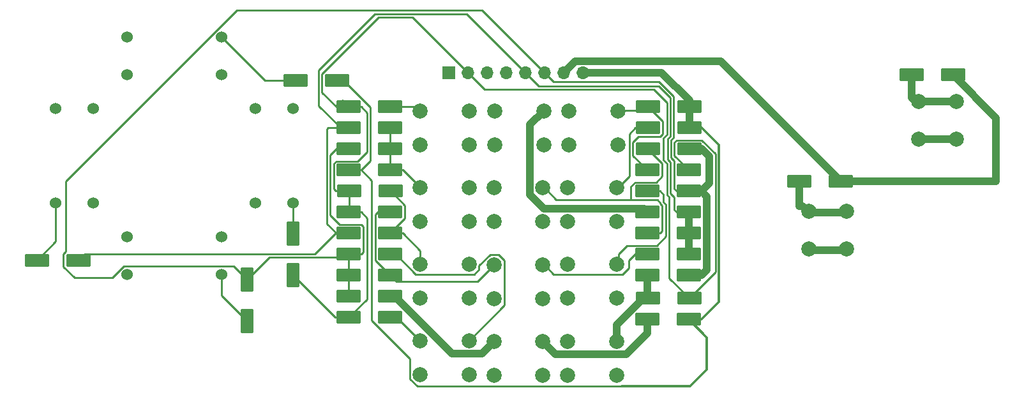
<source format=gbr>
%TF.GenerationSoftware,KiCad,Pcbnew,8.0.5*%
%TF.CreationDate,2024-09-28T10:39:20+08:00*%
%TF.ProjectId,ColecoVisionController,436f6c65-636f-4566-9973-696f6e436f6e,rev?*%
%TF.SameCoordinates,Original*%
%TF.FileFunction,Copper,L2,Bot*%
%TF.FilePolarity,Positive*%
%FSLAX46Y46*%
G04 Gerber Fmt 4.6, Leading zero omitted, Abs format (unit mm)*
G04 Created by KiCad (PCBNEW 8.0.5) date 2024-09-28 10:39:20*
%MOMM*%
%LPD*%
G01*
G04 APERTURE LIST*
G04 Aperture macros list*
%AMRoundRect*
0 Rectangle with rounded corners*
0 $1 Rounding radius*
0 $2 $3 $4 $5 $6 $7 $8 $9 X,Y pos of 4 corners*
0 Add a 4 corners polygon primitive as box body*
4,1,4,$2,$3,$4,$5,$6,$7,$8,$9,$2,$3,0*
0 Add four circle primitives for the rounded corners*
1,1,$1+$1,$2,$3*
1,1,$1+$1,$4,$5*
1,1,$1+$1,$6,$7*
1,1,$1+$1,$8,$9*
0 Add four rect primitives between the rounded corners*
20,1,$1+$1,$2,$3,$4,$5,0*
20,1,$1+$1,$4,$5,$6,$7,0*
20,1,$1+$1,$6,$7,$8,$9,0*
20,1,$1+$1,$8,$9,$2,$3,0*%
G04 Aperture macros list end*
%TA.AperFunction,ComponentPad*%
%ADD10C,1.524000*%
%TD*%
%TA.AperFunction,ComponentPad*%
%ADD11C,2.000000*%
%TD*%
%TA.AperFunction,ComponentPad*%
%ADD12R,1.700000X1.700000*%
%TD*%
%TA.AperFunction,ComponentPad*%
%ADD13O,1.700000X1.700000*%
%TD*%
%TA.AperFunction,SMDPad,CuDef*%
%ADD14RoundRect,0.250000X-1.400000X-0.600000X1.400000X-0.600000X1.400000X0.600000X-1.400000X0.600000X0*%
%TD*%
%TA.AperFunction,SMDPad,CuDef*%
%ADD15RoundRect,0.250000X1.400000X0.600000X-1.400000X0.600000X-1.400000X-0.600000X1.400000X-0.600000X0*%
%TD*%
%TA.AperFunction,SMDPad,CuDef*%
%ADD16RoundRect,0.250000X-0.600000X1.400000X-0.600000X-1.400000X0.600000X-1.400000X0.600000X1.400000X0*%
%TD*%
%TA.AperFunction,SMDPad,CuDef*%
%ADD17RoundRect,0.250000X0.600000X-1.400000X0.600000X1.400000X-0.600000X1.400000X-0.600000X-1.400000X0*%
%TD*%
%TA.AperFunction,Conductor*%
%ADD18C,0.250000*%
%TD*%
%TA.AperFunction,Conductor*%
%ADD19C,1.000000*%
%TD*%
%TA.AperFunction,Conductor*%
%ADD20C,0.300000*%
%TD*%
G04 APERTURE END LIST*
D10*
%TO.P,SW4,1,1*%
%TO.N,Net-(D15-K)*%
X80514000Y-108712000D03*
%TO.P,SW4,2,2*%
X80514000Y-96212000D03*
%TO.P,SW4,3,K*%
%TO.N,/WHITE(DIN8)*%
X85514000Y-96212000D03*
%TO.P,SW4,4,A*%
X85514000Y-108712000D03*
%TD*%
D11*
%TO.P,SW13,4,A*%
%TO.N,/RED(DIN5)*%
X128830000Y-121340000D03*
%TO.P,SW13,3,K*%
X135330000Y-121340000D03*
%TO.P,SW13,2,2*%
%TO.N,Net-(D20-K)*%
X135330000Y-116840000D03*
%TO.P,SW13,1,1*%
X128830000Y-116840000D03*
%TD*%
D12*
%TO.P,J1,1,Pin_1*%
%TO.N,/RED(DIN5)*%
X132655000Y-91461000D03*
D13*
%TO.P,J1,2,Pin_2*%
%TO.N,/BLACK(DIN4)*%
X135195000Y-91461000D03*
%TO.P,J1,3,Pin_3*%
%TO.N,unconnected-(J1-Pin_3-Pad3)*%
X137735000Y-91461000D03*
%TO.P,J1,4,Pin_4*%
%TO.N,/WHITE(DIN8)*%
X140275000Y-91461000D03*
%TO.P,J1,5,Pin_5*%
%TO.N,/BROWN(DIN3)*%
X142815000Y-91461000D03*
%TO.P,J1,6,Pin_6*%
%TO.N,/GREY(DIN2)*%
X145355000Y-91461000D03*
%TO.P,J1,7,Pin_7*%
%TO.N,/YELLOW(DIN6)*%
X147895000Y-91461000D03*
%TO.P,J1,8,Pin_8*%
%TO.N,/ORANGE(DIN1)*%
X150435000Y-91461000D03*
%TD*%
D11*
%TO.P,SW11,1,1*%
%TO.N,Net-(D22-K)*%
X138635000Y-106680000D03*
%TO.P,SW11,2,2*%
X145135000Y-106680000D03*
%TO.P,SW11,3,K*%
%TO.N,/RED(DIN5)*%
X145135000Y-111180000D03*
%TO.P,SW11,4,A*%
X138635000Y-111180000D03*
%TD*%
%TO.P,SW6,1,1*%
%TO.N,Net-(D3-K)*%
X180420000Y-109808000D03*
%TO.P,SW6,2,2*%
X185420000Y-109808000D03*
%TO.P,SW6,3,K*%
%TO.N,/WHITE(DIN8)*%
X185420000Y-114808000D03*
%TO.P,SW6,4,A*%
X180420000Y-114808000D03*
%TD*%
%TO.P,SW16,4,A*%
%TO.N,/RED(DIN5)*%
X128830000Y-131500000D03*
%TO.P,SW16,3,K*%
X135330000Y-131500000D03*
%TO.P,SW16,2,2*%
%TO.N,Net-(D21-K)*%
X135330000Y-127000000D03*
%TO.P,SW16,1,1*%
X128830000Y-127000000D03*
%TD*%
%TO.P,SW7,1,1*%
%TO.N,Net-(D4-K)*%
X128830000Y-96520000D03*
%TO.P,SW7,2,2*%
X135330000Y-96520000D03*
%TO.P,SW7,3,K*%
%TO.N,/RED(DIN5)*%
X135330000Y-101020000D03*
%TO.P,SW7,4,A*%
X128830000Y-101020000D03*
%TD*%
D10*
%TO.P,SW2,1,1*%
%TO.N,Net-(D2-K)*%
X102514000Y-118212000D03*
%TO.P,SW2,2,2*%
X90014000Y-118212000D03*
%TO.P,SW2,3,K*%
%TO.N,/WHITE(DIN8)*%
X90014000Y-113212000D03*
%TO.P,SW2,4,A*%
X102514000Y-113212000D03*
%TD*%
D11*
%TO.P,SW5,1,1*%
%TO.N,Net-(D16-K)*%
X194983000Y-95290000D03*
%TO.P,SW5,2,2*%
X199983000Y-95290000D03*
%TO.P,SW5,3,K*%
%TO.N,/RED(DIN5)*%
X199983000Y-100290000D03*
%TO.P,SW5,4,A*%
X194983000Y-100290000D03*
%TD*%
%TO.P,SW12,4,A*%
%TO.N,/RED(DIN5)*%
X148440000Y-111180000D03*
%TO.P,SW12,3,K*%
X154940000Y-111180000D03*
%TO.P,SW12,2,2*%
%TO.N,Net-(D13-K)*%
X154940000Y-106680000D03*
%TO.P,SW12,1,1*%
X148440000Y-106680000D03*
%TD*%
%TO.P,SW18,4,A*%
%TO.N,/RED(DIN5)*%
X148440000Y-131572000D03*
%TO.P,SW18,3,K*%
X154940000Y-131572000D03*
%TO.P,SW18,2,2*%
%TO.N,Net-(D14-K)*%
X154940000Y-127072000D03*
%TO.P,SW18,1,1*%
X148440000Y-127072000D03*
%TD*%
%TO.P,SW10,1,1*%
%TO.N,Net-(D18-K)*%
X128830000Y-106680000D03*
%TO.P,SW10,2,2*%
X135330000Y-106680000D03*
%TO.P,SW10,3,K*%
%TO.N,/RED(DIN5)*%
X135330000Y-111180000D03*
%TO.P,SW10,4,A*%
X128830000Y-111180000D03*
%TD*%
%TO.P,SW8,1,1*%
%TO.N,Net-(D8-K)*%
X138736000Y-96520000D03*
%TO.P,SW8,2,2*%
X145236000Y-96520000D03*
%TO.P,SW8,3,K*%
%TO.N,/RED(DIN5)*%
X145236000Y-101020000D03*
%TO.P,SW8,4,A*%
X138736000Y-101020000D03*
%TD*%
%TO.P,SW17,4,A*%
%TO.N,/RED(DIN5)*%
X138635000Y-131572000D03*
%TO.P,SW17,3,K*%
X145135000Y-131572000D03*
%TO.P,SW17,2,2*%
%TO.N,Net-(D11-K)*%
X145135000Y-127072000D03*
%TO.P,SW17,1,1*%
X138635000Y-127072000D03*
%TD*%
%TO.P,SW15,4,A*%
%TO.N,/RED(DIN5)*%
X148440000Y-121340000D03*
%TO.P,SW15,3,K*%
X154940000Y-121340000D03*
%TO.P,SW15,2,2*%
%TO.N,Net-(D27-K)*%
X154940000Y-116840000D03*
%TO.P,SW15,1,1*%
X148440000Y-116840000D03*
%TD*%
%TO.P,SW14,4,A*%
%TO.N,/RED(DIN5)*%
X138635000Y-121412000D03*
%TO.P,SW14,3,K*%
X145135000Y-121412000D03*
%TO.P,SW14,2,2*%
%TO.N,Net-(D10-K)*%
X145135000Y-116912000D03*
%TO.P,SW14,1,1*%
X138635000Y-116912000D03*
%TD*%
D10*
%TO.P,SW1,1,1*%
%TO.N,Net-(D17-K)*%
X90014000Y-86712000D03*
%TO.P,SW1,2,2*%
X102514000Y-86712000D03*
%TO.P,SW1,3,K*%
%TO.N,/WHITE(DIN8)*%
X102514000Y-91712000D03*
%TO.P,SW1,4,A*%
X90014000Y-91712000D03*
%TD*%
D11*
%TO.P,SW9,1,1*%
%TO.N,Net-(D12-K)*%
X148590000Y-96520000D03*
%TO.P,SW9,2,2*%
X155090000Y-96520000D03*
%TO.P,SW9,3,K*%
%TO.N,/RED(DIN5)*%
X155090000Y-101020000D03*
%TO.P,SW9,4,A*%
X148590000Y-101020000D03*
%TD*%
D10*
%TO.P,SW3,1,1*%
%TO.N,Net-(D1-K)*%
X112014000Y-96212000D03*
%TO.P,SW3,2,2*%
X112014000Y-108712000D03*
%TO.P,SW3,3,K*%
%TO.N,/WHITE(DIN8)*%
X107014000Y-108712000D03*
%TO.P,SW3,4,A*%
X107014000Y-96212000D03*
%TD*%
D14*
%TO.P,D26,1,K*%
%TO.N,Net-(D12-K)*%
X159040000Y-95976000D03*
%TO.P,D26,2,A*%
%TO.N,/ORANGE(DIN1)*%
X164540000Y-95976000D03*
%TD*%
%TO.P,D15,1,K*%
%TO.N,Net-(D15-K)*%
X78022000Y-116332000D03*
%TO.P,D15,2,A*%
%TO.N,/BROWN(DIN3)*%
X83522000Y-116332000D03*
%TD*%
D15*
%TO.P,D4,1,K*%
%TO.N,Net-(D4-K)*%
X124872000Y-95976000D03*
%TO.P,D4,2,A*%
%TO.N,/BLACK(DIN4)*%
X119372000Y-95976000D03*
%TD*%
%TO.P,D18,1,K*%
%TO.N,Net-(D18-K)*%
X124872000Y-98770000D03*
%TO.P,D18,2,A*%
%TO.N,/BROWN(DIN3)*%
X119372000Y-98770000D03*
%TD*%
D14*
%TO.P,D9,1,K*%
%TO.N,Net-(D22-K)*%
X159040000Y-101564000D03*
%TO.P,D9,2,A*%
%TO.N,/GREY(DIN2)*%
X164540000Y-101564000D03*
%TD*%
%TO.P,D13,1,K*%
%TO.N,Net-(D13-K)*%
X159040000Y-98770000D03*
%TO.P,D13,2,A*%
%TO.N,/ORANGE(DIN1)*%
X164540000Y-98770000D03*
%TD*%
%TO.P,D8,1,K*%
%TO.N,Net-(D8-K)*%
X158996000Y-109946000D03*
%TO.P,D8,2,A*%
%TO.N,/BROWN(DIN3)*%
X164496000Y-109946000D03*
%TD*%
%TO.P,D28,1,K*%
%TO.N,Net-(D14-K)*%
X158996000Y-118328000D03*
%TO.P,D28,2,A*%
%TO.N,/GREY(DIN2)*%
X164496000Y-118328000D03*
%TD*%
D15*
%TO.P,D6,1,K*%
%TO.N,Net-(D20-K)*%
X124872000Y-112740000D03*
%TO.P,D6,2,A*%
%TO.N,/BROWN(DIN3)*%
X119372000Y-112740000D03*
%TD*%
D14*
%TO.P,D12,1,K*%
%TO.N,Net-(D12-K)*%
X158996000Y-104358000D03*
%TO.P,D12,2,A*%
%TO.N,/BLACK(DIN4)*%
X164496000Y-104358000D03*
%TD*%
D15*
%TO.P,D24,1,K*%
%TO.N,Net-(D10-K)*%
X124872000Y-118328000D03*
%TO.P,D24,2,A*%
%TO.N,/GREY(DIN2)*%
X119372000Y-118328000D03*
%TD*%
%TO.P,D7,1,K*%
%TO.N,Net-(D21-K)*%
X124872000Y-115534000D03*
%TO.P,D7,2,A*%
%TO.N,/GREY(DIN2)*%
X119372000Y-115534000D03*
%TD*%
D16*
%TO.P,D1,1,K*%
%TO.N,Net-(D1-K)*%
X112014000Y-112820000D03*
%TO.P,D1,2,A*%
%TO.N,/BLACK(DIN4)*%
X112014000Y-118320000D03*
%TD*%
D15*
%TO.P,D5,1,K*%
%TO.N,Net-(D18-K)*%
X124872000Y-101564000D03*
%TO.P,D5,2,A*%
%TO.N,/GREY(DIN2)*%
X119372000Y-101564000D03*
%TD*%
D17*
%TO.P,D2,1,K*%
%TO.N,Net-(D2-K)*%
X105918000Y-124416000D03*
%TO.P,D2,2,A*%
%TO.N,/GREY(DIN2)*%
X105918000Y-118916000D03*
%TD*%
D14*
%TO.P,D27,1,K*%
%TO.N,Net-(D27-K)*%
X158996000Y-107152000D03*
%TO.P,D27,2,A*%
%TO.N,/GREY(DIN2)*%
X164496000Y-107152000D03*
%TD*%
D15*
%TO.P,D21,1,K*%
%TO.N,Net-(D21-K)*%
X124872000Y-123916000D03*
%TO.P,D21,2,A*%
%TO.N,/BLACK(DIN4)*%
X119372000Y-123916000D03*
%TD*%
%TO.P,D23,1,K*%
%TO.N,Net-(D10-K)*%
X124872000Y-109946000D03*
%TO.P,D23,2,A*%
%TO.N,/BLACK(DIN4)*%
X119372000Y-109946000D03*
%TD*%
%TO.P,D19,1,K*%
%TO.N,Net-(D18-K)*%
X124872000Y-104358000D03*
%TO.P,D19,2,A*%
%TO.N,/ORANGE(DIN1)*%
X119372000Y-104358000D03*
%TD*%
%TO.P,D20,1,K*%
%TO.N,Net-(D20-K)*%
X124916000Y-107152000D03*
%TO.P,D20,2,A*%
%TO.N,/BLACK(DIN4)*%
X119416000Y-107152000D03*
%TD*%
D14*
%TO.P,D3,1,K*%
%TO.N,Net-(D3-K)*%
X179104000Y-105818000D03*
%TO.P,D3,2,A*%
%TO.N,/YELLOW(DIN6)*%
X184604000Y-105818000D03*
%TD*%
%TO.P,D14,1,K*%
%TO.N,Net-(D14-K)*%
X159040000Y-121376000D03*
%TO.P,D14,2,A*%
%TO.N,/BLACK(DIN4)*%
X164540000Y-121376000D03*
%TD*%
%TO.P,D10,1,K*%
%TO.N,Net-(D10-K)*%
X158995000Y-115534000D03*
%TO.P,D10,2,A*%
%TO.N,/BROWN(DIN3)*%
X164495000Y-115534000D03*
%TD*%
%TO.P,D25,1,K*%
%TO.N,Net-(D11-K)*%
X158996000Y-124170000D03*
%TO.P,D25,2,A*%
%TO.N,/ORANGE(DIN1)*%
X164496000Y-124170000D03*
%TD*%
%TO.P,D16,1,K*%
%TO.N,Net-(D16-K)*%
X194013300Y-91738000D03*
%TO.P,D16,2,A*%
%TO.N,/YELLOW(DIN6)*%
X199513300Y-91738000D03*
%TD*%
%TO.P,D17,1,K*%
%TO.N,Net-(D17-K)*%
X112312000Y-92456000D03*
%TO.P,D17,2,A*%
%TO.N,/ORANGE(DIN1)*%
X117812000Y-92456000D03*
%TD*%
%TO.P,D22,1,K*%
%TO.N,Net-(D22-K)*%
X158996000Y-112740000D03*
%TO.P,D22,2,A*%
%TO.N,/BROWN(DIN3)*%
X164496000Y-112740000D03*
%TD*%
D15*
%TO.P,D11,1,K*%
%TO.N,Net-(D11-K)*%
X124872000Y-121122000D03*
%TO.P,D11,2,A*%
%TO.N,/GREY(DIN2)*%
X119372000Y-121122000D03*
%TD*%
D18*
%TO.N,Net-(D1-K)*%
X112014000Y-112820000D02*
X112014000Y-108712000D01*
%TO.N,/BLACK(DIN4)*%
X161871000Y-107935000D02*
X161596000Y-107660000D01*
X164540000Y-121376000D02*
X168009000Y-117907000D01*
X161135100Y-103040604D02*
X161135100Y-100131396D01*
X117722000Y-95976000D02*
X115837000Y-94091000D01*
X137424000Y-93690000D02*
X135195000Y-91461000D01*
X166185100Y-100389000D02*
X162894900Y-100389000D01*
X117610000Y-123916000D02*
X119372000Y-123916000D01*
X161596000Y-107660000D02*
X161596000Y-103501504D01*
X120573100Y-103183000D02*
X117726900Y-103183000D01*
X162565000Y-102427000D02*
X164496000Y-104358000D01*
X162894900Y-100389000D02*
X162565000Y-100718900D01*
X117726900Y-103183000D02*
X117397000Y-103512900D01*
X121797000Y-121517100D02*
X119398100Y-123916000D01*
X121797000Y-96751000D02*
X121797000Y-101959100D01*
X117397000Y-103512900D02*
X117397000Y-106895000D01*
X119416000Y-107152000D02*
X119416000Y-109902000D01*
X162565000Y-100718900D02*
X162565000Y-102427000D01*
X168009000Y-117907000D02*
X168009000Y-102212900D01*
X117397000Y-106895000D02*
X117654000Y-107152000D01*
X115837000Y-91610900D02*
X123318000Y-84129900D01*
X121797000Y-101959100D02*
X120573100Y-103183000D01*
X119372000Y-109946000D02*
X121022000Y-109946000D01*
X161596000Y-95468000D02*
X159818000Y-93690000D01*
X161135100Y-100131396D02*
X161596000Y-99670496D01*
X119416000Y-109902000D02*
X119372000Y-109946000D01*
X118522000Y-95126000D02*
X119372000Y-95976000D01*
X159818000Y-93690000D02*
X137424000Y-93690000D01*
X168009000Y-102212900D02*
X166185100Y-100389000D01*
X161871000Y-118707000D02*
X161871000Y-107935000D01*
X119372000Y-95976000D02*
X117722000Y-95976000D01*
X121797000Y-110721000D02*
X121797000Y-121517100D01*
X115837000Y-94091000D02*
X115837000Y-91610900D01*
X127863900Y-84129900D02*
X135195000Y-91461000D01*
X117654000Y-107152000D02*
X119416000Y-107152000D01*
X164540000Y-121376000D02*
X161871000Y-118707000D01*
X112014000Y-118320000D02*
X117610000Y-123916000D01*
X119398100Y-123916000D02*
X119372000Y-123916000D01*
X121022000Y-95976000D02*
X121797000Y-96751000D01*
X161596000Y-99670496D02*
X161596000Y-95468000D01*
X161596000Y-103501504D02*
X161135100Y-103040604D01*
X121022000Y-109946000D02*
X121797000Y-110721000D01*
X119372000Y-95976000D02*
X121022000Y-95976000D01*
X123318000Y-84129900D02*
X127863900Y-84129900D01*
%TO.N,Net-(D2-K)*%
X102514000Y-121012000D02*
X105918000Y-124416000D01*
X102514000Y-118212000D02*
X102514000Y-121012000D01*
%TO.N,/GREY(DIN2)*%
X121347000Y-111894900D02*
X121347000Y-115209000D01*
D19*
X166146000Y-107152000D02*
X164496000Y-107152000D01*
X166846000Y-107852000D02*
X166146000Y-107152000D01*
D18*
X81534000Y-117164100D02*
X83032151Y-118662251D01*
X145355000Y-91461000D02*
X137037000Y-83143000D01*
X162496000Y-100043288D02*
X162496000Y-94587208D01*
X119372000Y-101564000D02*
X117722000Y-101564000D01*
D19*
X164540000Y-101564000D02*
X166190000Y-101564000D01*
X167184000Y-102558000D02*
X167184000Y-106114000D01*
D18*
X104096000Y-117094000D02*
X105918000Y-118916000D01*
X162115000Y-100424288D02*
X162496000Y-100043288D01*
X118974000Y-115932000D02*
X108902000Y-115932000D01*
X162496000Y-94587208D02*
X160544792Y-92636000D01*
D19*
X164496000Y-118328000D02*
X166146000Y-118328000D01*
D18*
X104545749Y-83143000D02*
X81876900Y-105811849D01*
X162521000Y-103153712D02*
X162115000Y-102747712D01*
X81876900Y-105811849D02*
X81876900Y-115157000D01*
X81876900Y-115157000D02*
X81534000Y-115499900D01*
D19*
X166146000Y-118328000D02*
X166846000Y-117628000D01*
D18*
X162115000Y-102747712D02*
X162115000Y-100424288D01*
X88026498Y-118662251D02*
X89594749Y-117094000D01*
X119372000Y-115534000D02*
X118974000Y-115932000D01*
X81534000Y-115499900D02*
X81534000Y-117164100D01*
X89594749Y-117094000D02*
X104096000Y-117094000D01*
X137037000Y-83143000D02*
X104545749Y-83143000D01*
X160544792Y-92636000D02*
X146530000Y-92636000D01*
D19*
X166846000Y-117628000D02*
X166846000Y-107852000D01*
D18*
X162846000Y-107152000D02*
X162521000Y-106827000D01*
X116947000Y-102339000D02*
X116947000Y-110341100D01*
X121017100Y-111565000D02*
X121347000Y-111894900D01*
X164496000Y-107152000D02*
X162846000Y-107152000D01*
X116947000Y-110341100D02*
X118170900Y-111565000D01*
X121022000Y-115534000D02*
X119372000Y-115534000D01*
X119372000Y-115534000D02*
X119372000Y-121122000D01*
X117722000Y-101564000D02*
X116947000Y-102339000D01*
X146530000Y-92636000D02*
X145355000Y-91461000D01*
X121347000Y-115209000D02*
X121022000Y-115534000D01*
D19*
X166190000Y-101564000D02*
X167184000Y-102558000D01*
D18*
X162521000Y-106827000D02*
X162521000Y-103153712D01*
D19*
X167184000Y-106114000D02*
X166146000Y-107152000D01*
D18*
X83032151Y-118662251D02*
X88026498Y-118662251D01*
X108902000Y-115932000D02*
X105918000Y-118916000D01*
X118170900Y-111565000D02*
X121017100Y-111565000D01*
D19*
%TO.N,/YELLOW(DIN6)*%
X184604000Y-105818000D02*
X168697000Y-89911000D01*
X205243400Y-105818000D02*
X205243400Y-97468100D01*
X168697000Y-89911000D02*
X149445000Y-89911000D01*
X149445000Y-89911000D02*
X147895000Y-91461000D01*
X205243400Y-97468100D02*
X199513300Y-91738000D01*
X184604000Y-105818000D02*
X205243400Y-105818000D01*
%TO.N,Net-(D3-K)*%
X180340000Y-109982000D02*
X185340000Y-109982000D01*
X179104000Y-105818000D02*
X179104000Y-109180000D01*
X179538000Y-109180000D02*
X180340000Y-109982000D01*
X179104000Y-109180000D02*
X179538000Y-109180000D01*
D18*
%TO.N,Net-(D4-K)*%
X124872000Y-95976000D02*
X128322000Y-95976000D01*
X128322000Y-95976000D02*
X128830000Y-96484000D01*
%TO.N,Net-(D18-K)*%
X124872000Y-98770000D02*
X124872000Y-104358000D01*
X126544000Y-104358000D02*
X128830000Y-106644000D01*
X124872000Y-104358000D02*
X126544000Y-104358000D01*
%TO.N,Net-(D20-K)*%
X126847000Y-110791100D02*
X124898100Y-112740000D01*
X128830000Y-115048000D02*
X128830000Y-116876000D01*
X126847000Y-109083000D02*
X126847000Y-110791100D01*
X124872000Y-112740000D02*
X126522000Y-112740000D01*
X126522000Y-112740000D02*
X128830000Y-115048000D01*
X124916000Y-107152000D02*
X126847000Y-109083000D01*
X124898100Y-112740000D02*
X124872000Y-112740000D01*
%TO.N,/BROWN(DIN3)*%
X114896000Y-115482000D02*
X117638000Y-112740000D01*
X117722000Y-112740000D02*
X116497000Y-111515000D01*
X84372000Y-115482000D02*
X114896000Y-115482000D01*
X116497000Y-111515000D02*
X116497000Y-98895000D01*
X135024000Y-83670000D02*
X122832000Y-83670000D01*
X122832000Y-83670000D02*
X115387000Y-91115000D01*
X162554000Y-107981604D02*
X162554000Y-109654000D01*
D19*
X164496000Y-109946000D02*
X164496000Y-115533000D01*
D18*
X116497000Y-98895000D02*
X116622000Y-98770000D01*
X162046000Y-107473604D02*
X162554000Y-107981604D01*
X117638000Y-112740000D02*
X119372000Y-112740000D01*
X116622000Y-98770000D02*
X119372000Y-98770000D01*
X162046000Y-103315108D02*
X162046000Y-107473604D01*
X115387000Y-95829000D02*
X118328000Y-98770000D01*
X161665000Y-100237892D02*
X161665000Y-102934108D01*
X119372000Y-112740000D02*
X117722000Y-112740000D01*
D19*
X164496000Y-115533000D02*
X164495000Y-115534000D01*
D18*
X162846000Y-109946000D02*
X164496000Y-109946000D01*
X135024000Y-83670000D02*
X142815000Y-91461000D01*
X115387000Y-91115000D02*
X115387000Y-95829000D01*
X161665000Y-102934108D02*
X162046000Y-103315108D01*
X142815000Y-91461000D02*
X144594000Y-93240000D01*
X144594000Y-93240000D02*
X160512396Y-93240000D01*
X118328000Y-98770000D02*
X119372000Y-98770000D01*
X162046000Y-99856892D02*
X161665000Y-100237892D01*
X160512396Y-93240000D02*
X162046000Y-94773604D01*
X162046000Y-94773604D02*
X162046000Y-99856892D01*
X83522000Y-116332000D02*
X84372000Y-115482000D01*
X162554000Y-109654000D02*
X162846000Y-109946000D01*
%TO.N,Net-(D21-K)*%
X136652000Y-117563000D02*
X136014000Y-118201000D01*
X128281167Y-118201000D02*
X125614167Y-115534000D01*
X138122167Y-115551000D02*
X136652000Y-117021167D01*
X128830000Y-127036000D02*
X125710000Y-123916000D01*
X125614167Y-115534000D02*
X124872000Y-115534000D01*
X139284833Y-115551000D02*
X138122167Y-115551000D01*
X136014000Y-118201000D02*
X128281167Y-118201000D01*
X140061000Y-116327167D02*
X139284833Y-115551000D01*
X135330000Y-127036000D02*
X140061000Y-122305000D01*
X140061000Y-122305000D02*
X140061000Y-116327167D01*
X136652000Y-117021167D02*
X136652000Y-117563000D01*
X125710000Y-123916000D02*
X124872000Y-123916000D01*
D19*
%TO.N,Net-(D8-K)*%
X143435000Y-98321000D02*
X145236000Y-96520000D01*
X145294000Y-109480000D02*
X143435000Y-107621000D01*
X158996000Y-109946000D02*
X158530000Y-109480000D01*
X143435000Y-107621000D02*
X143435000Y-98321000D01*
X158530000Y-109480000D02*
X145294000Y-109480000D01*
D18*
%TO.N,Net-(D22-K)*%
X146919000Y-108327000D02*
X145236000Y-106644000D01*
X160646000Y-112740000D02*
X160971000Y-112415000D01*
X156770000Y-108327000D02*
X146919000Y-108327000D01*
X160197100Y-105977000D02*
X157350900Y-105977000D01*
X160971000Y-105203100D02*
X160197100Y-105977000D01*
X158996000Y-112740000D02*
X160646000Y-112740000D01*
X159040000Y-101564000D02*
X159040000Y-101581900D01*
X160696000Y-108825900D02*
X160696000Y-108697000D01*
X160971000Y-103512900D02*
X160971000Y-105203100D01*
X157350900Y-105977000D02*
X156770000Y-106557900D01*
X159040000Y-101581900D02*
X160971000Y-103512900D01*
X160696000Y-108697000D02*
X160326000Y-108327000D01*
X160971000Y-109100900D02*
X160696000Y-108825900D01*
X156770000Y-106557900D02*
X156770000Y-108327000D01*
X160971000Y-112415000D02*
X160971000Y-109100900D01*
X160326000Y-108327000D02*
X156770000Y-108327000D01*
%TO.N,Net-(D10-K)*%
X124845900Y-118328000D02*
X124872000Y-118328000D01*
X156516000Y-116363000D02*
X156516000Y-117375833D01*
X158995000Y-115534000D02*
X157345000Y-115534000D01*
X124872000Y-118328000D02*
X125722000Y-119178000D01*
X124872000Y-109946000D02*
X123222000Y-109946000D01*
X146561000Y-118201000D02*
X145236000Y-116876000D01*
X125722000Y-119178000D02*
X136434000Y-119178000D01*
X157345000Y-115534000D02*
X156516000Y-116363000D01*
X122897000Y-116379100D02*
X124845900Y-118328000D01*
X123222000Y-109946000D02*
X122897000Y-110271000D01*
X156516000Y-117375833D02*
X155690833Y-118201000D01*
X136434000Y-119178000D02*
X138736000Y-116876000D01*
X155690833Y-118201000D02*
X146561000Y-118201000D01*
X122897000Y-110271000D02*
X122897000Y-116379100D01*
D19*
%TO.N,Net-(D11-K)*%
X146835000Y-128772000D02*
X145135000Y-127072000D01*
X138736000Y-127036000D02*
X137036000Y-128736000D01*
X158996000Y-124170000D02*
X158996000Y-125992000D01*
X133042430Y-128736000D02*
X125428430Y-121122000D01*
X156216000Y-128772000D02*
X146835000Y-128772000D01*
X137036000Y-128736000D02*
X133042430Y-128736000D01*
X158996000Y-125992000D02*
X156216000Y-128772000D01*
X125428430Y-121122000D02*
X124872000Y-121122000D01*
D18*
%TO.N,Net-(D12-K)*%
X157065000Y-102427000D02*
X157065000Y-100718900D01*
X161015000Y-99615100D02*
X161015000Y-97924900D01*
X158548000Y-95976000D02*
X158040000Y-96484000D01*
X158040000Y-96484000D02*
X154888000Y-96484000D01*
X160685100Y-99945000D02*
X161015000Y-99615100D01*
X159066100Y-95976000D02*
X159040000Y-95976000D01*
X158996000Y-104358000D02*
X157065000Y-102427000D01*
X159040000Y-95976000D02*
X158548000Y-95976000D01*
X161015000Y-97924900D02*
X159066100Y-95976000D01*
X157838900Y-99945000D02*
X160685100Y-99945000D01*
X157065000Y-100718900D02*
X157838900Y-99945000D01*
D20*
%TO.N,/ORANGE(DIN1)*%
X164540000Y-98770000D02*
X166190000Y-98770000D01*
D18*
X128480167Y-133060000D02*
X155606000Y-133060000D01*
X121022000Y-104358000D02*
X122247000Y-103133000D01*
X122247000Y-103133000D02*
X122247000Y-95997000D01*
D19*
X164540000Y-95976000D02*
X164540000Y-98770000D01*
D18*
X122447000Y-105783000D02*
X122447000Y-124311100D01*
D20*
X168484000Y-121832000D02*
X166146000Y-124170000D01*
X166190000Y-98770000D02*
X168484000Y-101064000D01*
D19*
X164540000Y-95126000D02*
X160875000Y-91461000D01*
D20*
X166878000Y-126552000D02*
X166878000Y-130810000D01*
D19*
X160875000Y-91461000D02*
X150435000Y-91461000D01*
D18*
X127505000Y-132084833D02*
X128480167Y-133060000D01*
X122447000Y-124311100D02*
X127505000Y-129369100D01*
D20*
X164496000Y-124170000D02*
X166878000Y-126552000D01*
X164628000Y-133060000D02*
X155606000Y-133060000D01*
D18*
X118706000Y-92456000D02*
X117812000Y-92456000D01*
D20*
X166146000Y-124170000D02*
X164496000Y-124170000D01*
D18*
X127505000Y-129369100D02*
X127505000Y-132084833D01*
X121022000Y-104358000D02*
X119372000Y-104358000D01*
D20*
X166878000Y-130810000D02*
X164628000Y-133060000D01*
X168484000Y-101064000D02*
X168484000Y-121832000D01*
D18*
X121022000Y-104358000D02*
X122447000Y-105783000D01*
D19*
X164540000Y-95976000D02*
X164540000Y-95126000D01*
D18*
X122247000Y-95997000D02*
X118706000Y-92456000D01*
%TO.N,Net-(D13-K)*%
X157390000Y-98770000D02*
X156615000Y-99545000D01*
X159040000Y-98770000D02*
X157390000Y-98770000D01*
X156615000Y-105171000D02*
X155142000Y-106644000D01*
X156615000Y-99545000D02*
X156615000Y-105171000D01*
D19*
%TO.N,Net-(D14-K)*%
X154940000Y-124875570D02*
X158439570Y-121376000D01*
X158996000Y-121332000D02*
X159040000Y-121376000D01*
X154940000Y-127072000D02*
X154940000Y-124875570D01*
X158996000Y-118328000D02*
X158996000Y-121332000D01*
X158439570Y-121376000D02*
X159040000Y-121376000D01*
D18*
%TO.N,Net-(D15-K)*%
X80514000Y-113840000D02*
X80514000Y-108712000D01*
X78022000Y-116332000D02*
X80514000Y-113840000D01*
D19*
%TO.N,Net-(D16-K)*%
X194013300Y-91738000D02*
X194013300Y-94750000D01*
X194013300Y-94750000D02*
X194303300Y-95040000D01*
X194818000Y-95250000D02*
X199818000Y-95250000D01*
D18*
%TO.N,Net-(D17-K)*%
X108258000Y-92456000D02*
X102514000Y-86712000D01*
X112312000Y-92456000D02*
X108258000Y-92456000D01*
%TO.N,Net-(D27-K)*%
X161146000Y-107652000D02*
X161146000Y-108639504D01*
X158996000Y-107152000D02*
X160646000Y-107152000D01*
X161421000Y-113169000D02*
X160231000Y-114359000D01*
X155142000Y-115461787D02*
X155142000Y-116876000D01*
X156244787Y-114359000D02*
X155142000Y-115461787D01*
X161146000Y-108639504D02*
X161421000Y-108914504D01*
X160231000Y-114359000D02*
X156244787Y-114359000D01*
X161421000Y-108914504D02*
X161421000Y-113169000D01*
X160646000Y-107152000D02*
X161146000Y-107652000D01*
D19*
%TO.N,/WHITE(DIN8)*%
X180340000Y-114982000D02*
X185340000Y-114982000D01*
%TO.N,/RED(DIN5)*%
X194818000Y-100250000D02*
X199818000Y-100250000D01*
%TD*%
M02*

</source>
